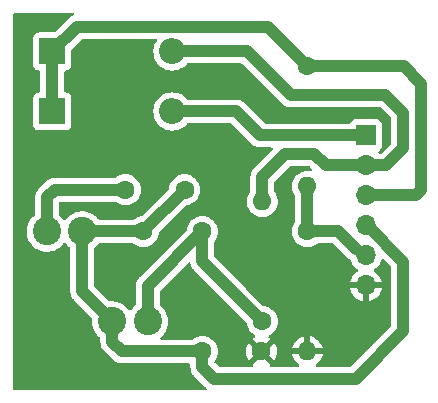
<source format=gbr>
%TF.GenerationSoftware,KiCad,Pcbnew,(6.0.9)*%
%TF.CreationDate,2023-01-19T14:06:51+07:00*%
%TF.ProjectId,LC_Sensor_THT,4c435f53-656e-4736-9f72-5f5448542e6b,rev?*%
%TF.SameCoordinates,PX40311b0PY586a470*%
%TF.FileFunction,Copper,L1,Top*%
%TF.FilePolarity,Positive*%
%FSLAX46Y46*%
G04 Gerber Fmt 4.6, Leading zero omitted, Abs format (unit mm)*
G04 Created by KiCad (PCBNEW (6.0.9)) date 2023-01-19 14:06:51*
%MOMM*%
%LPD*%
G01*
G04 APERTURE LIST*
%TA.AperFunction,ComponentPad*%
%ADD10C,2.400000*%
%TD*%
%TA.AperFunction,ComponentPad*%
%ADD11R,2.200000X2.200000*%
%TD*%
%TA.AperFunction,ComponentPad*%
%ADD12O,2.200000X2.200000*%
%TD*%
%TA.AperFunction,ComponentPad*%
%ADD13C,1.600000*%
%TD*%
%TA.AperFunction,ComponentPad*%
%ADD14O,1.600000X1.600000*%
%TD*%
%TA.AperFunction,ComponentPad*%
%ADD15R,1.700000X1.700000*%
%TD*%
%TA.AperFunction,ComponentPad*%
%ADD16O,1.700000X1.700000*%
%TD*%
%TA.AperFunction,Conductor*%
%ADD17C,1.000000*%
%TD*%
%TA.AperFunction,Conductor*%
%ADD18C,0.500000*%
%TD*%
G04 APERTURE END LIST*
D10*
%TO.P,L1,1,1*%
%TO.N,IO1{slash}PA4*%
X8890000Y6350000D03*
%TO.P,L1,2,2*%
%TO.N,Net-(C1-Pad1)*%
X11890000Y6350000D03*
%TD*%
D11*
%TO.P,D2,1,K*%
%TO.N,+3.3V*%
X3810000Y24130000D03*
D12*
%TO.P,D2,2,A*%
%TO.N,IO2{slash}PC5*%
X13970000Y24130000D03*
%TD*%
D13*
%TO.P,C2,1*%
%TO.N,Net-(C2-Pad1)*%
X10000000Y17500000D03*
%TO.P,C2,2*%
%TO.N,IO1{slash}PA4*%
X15000000Y17500000D03*
%TD*%
%TO.P,C1,1*%
%TO.N,Net-(C1-Pad1)*%
X16510000Y13970000D03*
%TO.P,C1,2*%
%TO.N,IO1{slash}PA4*%
X11510000Y13970000D03*
%TD*%
%TO.P,R4,1*%
%TO.N,V_DIV*%
X25400000Y13970000D03*
D14*
%TO.P,R4,2*%
%TO.N,GND*%
X25400000Y3810000D03*
%TD*%
D13*
%TO.P,C3,1*%
%TO.N,IO1{slash}PA4*%
X16510000Y3810000D03*
%TO.P,C3,2*%
%TO.N,GND*%
X21510000Y3810000D03*
%TD*%
D11*
%TO.P,D1,1,K*%
%TO.N,+3.3V*%
X3810000Y29210000D03*
D12*
%TO.P,D1,2,A*%
%TO.N,IO3{slash}PB2*%
X13970000Y29210000D03*
%TD*%
D13*
%TO.P,R3,1*%
%TO.N,+3.3V*%
X25400000Y27940000D03*
D14*
%TO.P,R3,2*%
%TO.N,V_DIV*%
X25400000Y17780000D03*
%TD*%
D10*
%TO.P,L2,1,1*%
%TO.N,IO1{slash}PA4*%
X6350000Y13970000D03*
%TO.P,L2,2,2*%
%TO.N,Net-(C2-Pad1)*%
X3350000Y13970000D03*
%TD*%
D15*
%TO.P,J1,1,Pin_1*%
%TO.N,IO2{slash}PC5*%
X30353000Y22098000D03*
D16*
%TO.P,J1,2,Pin_2*%
%TO.N,IO3{slash}PB2*%
X30353000Y19558000D03*
%TO.P,J1,3,Pin_3*%
%TO.N,+3.3V*%
X30353000Y17018000D03*
%TO.P,J1,4,Pin_4*%
%TO.N,IO1{slash}PA4*%
X30353000Y14478000D03*
%TO.P,J1,5,Pin_5*%
%TO.N,V_DIV*%
X30353000Y11938000D03*
%TO.P,J1,6,Pin_6*%
%TO.N,GND*%
X30353000Y9398000D03*
%TD*%
D13*
%TO.P,R1,1*%
%TO.N,Net-(C1-Pad1)*%
X21590000Y6350000D03*
D14*
%TO.P,R1,2*%
%TO.N,IO3{slash}PB2*%
X21590000Y16510000D03*
%TD*%
D17*
%TO.N,+3.3V*%
X35060000Y17500000D02*
X34578000Y17018000D01*
X35060000Y26440000D02*
X35060000Y17500000D01*
X33560000Y27940000D02*
X35060000Y26440000D01*
X34578000Y17018000D02*
X30353000Y17018000D01*
X25400000Y27940000D02*
X33560000Y27940000D01*
%TO.N,IO2{slash}PC5*%
X21402000Y22098000D02*
X30353000Y22098000D01*
X19370000Y24130000D02*
X21402000Y22098000D01*
X13970000Y24130000D02*
X19370000Y24130000D01*
%TO.N,IO1{slash}PA4*%
X11510000Y13970000D02*
X11510000Y14010000D01*
X11510000Y14010000D02*
X15000000Y17500000D01*
%TO.N,Net-(C2-Pad1)*%
X4000000Y17500000D02*
X10000000Y17500000D01*
X3350000Y16850000D02*
X4000000Y17500000D01*
X3350000Y13970000D02*
X3350000Y16850000D01*
%TO.N,IO3{slash}PB2*%
X26000000Y20500000D02*
X26942000Y19558000D01*
X23500000Y20500000D02*
X26000000Y20500000D01*
X21590000Y18590000D02*
X23500000Y20500000D01*
X26942000Y19558000D02*
X30353000Y19558000D01*
X21590000Y16510000D02*
X21590000Y18590000D01*
X33500000Y21000000D02*
X32058000Y19558000D01*
X32058000Y19558000D02*
X30353000Y19558000D01*
X32000000Y25500000D02*
X33500000Y24000000D01*
X24000000Y25500000D02*
X32000000Y25500000D01*
X20290000Y29210000D02*
X24000000Y25500000D01*
X33500000Y24000000D02*
X33500000Y21000000D01*
X13970000Y29210000D02*
X20290000Y29210000D01*
%TO.N,V_DIV*%
X25400000Y13970000D02*
X25400000Y17780000D01*
X28030000Y13970000D02*
X29500000Y12500000D01*
X25400000Y13970000D02*
X28030000Y13970000D01*
%TO.N,IO1{slash}PA4*%
X29500000Y1500000D02*
X33500000Y5500000D01*
X33500000Y11407296D02*
X30429296Y14478000D01*
X17500000Y1500000D02*
X29500000Y1500000D01*
X33500000Y5500000D02*
X33500000Y11407296D01*
X16510000Y2490000D02*
X17500000Y1500000D01*
X30429296Y14478000D02*
X30353000Y14478000D01*
X16510000Y3810000D02*
X16510000Y2490000D01*
%TO.N,+3.3V*%
X22030000Y31310000D02*
X25400000Y27940000D01*
X3810000Y29210000D02*
X5910000Y31310000D01*
X5910000Y31310000D02*
X22030000Y31310000D01*
%TO.N,Net-(C1-Pad1)*%
X16510000Y11430000D02*
X21590000Y6350000D01*
X16510000Y13970000D02*
X16510000Y11430000D01*
%TO.N,IO1{slash}PA4*%
X9690000Y3810000D02*
X16510000Y3810000D01*
X8890000Y4610000D02*
X9690000Y3810000D01*
X8890000Y6350000D02*
X8890000Y4610000D01*
%TO.N,Net-(C1-Pad1)*%
X11890000Y9350000D02*
X16510000Y13970000D01*
X11890000Y6350000D02*
X11890000Y9350000D01*
%TO.N,IO1{slash}PA4*%
X6350000Y13970000D02*
X11510000Y13970000D01*
X6350000Y8890000D02*
X8890000Y6350000D01*
X6350000Y13970000D02*
X6350000Y8890000D01*
%TO.N,+3.3V*%
X3810000Y24130000D02*
X3810000Y29210000D01*
D18*
%TO.N,GND*%
X30353000Y8763000D02*
X30353000Y9398000D01*
%TD*%
%TA.AperFunction,Conductor*%
%TO.N,GND*%
G36*
X5573841Y32479998D02*
G01*
X5620334Y32426342D01*
X5630438Y32356068D01*
X5600944Y32291488D01*
X5545008Y32255652D01*
X5545302Y32254916D01*
X5541461Y32253380D01*
X5540873Y32253003D01*
X5540007Y32252751D01*
X5533663Y32250908D01*
X5528934Y32248457D01*
X5523831Y32246916D01*
X5441669Y32203230D01*
X5440627Y32202683D01*
X5427690Y32195977D01*
X5358074Y32159892D01*
X5353911Y32156569D01*
X5349204Y32154066D01*
X5344430Y32150172D01*
X5344428Y32150171D01*
X5277105Y32095263D01*
X5276160Y32094500D01*
X5237027Y32063261D01*
X5234536Y32060770D01*
X5233809Y32060120D01*
X5229463Y32056408D01*
X5210588Y32041013D01*
X5195938Y32029065D01*
X5192015Y32024323D01*
X5192013Y32024321D01*
X5166703Y31993727D01*
X5158713Y31984947D01*
X4029171Y30855405D01*
X3966859Y30821379D01*
X3940076Y30818500D01*
X2661866Y30818500D01*
X2599684Y30811745D01*
X2463295Y30760615D01*
X2346739Y30673261D01*
X2259385Y30556705D01*
X2208255Y30420316D01*
X2201500Y30358134D01*
X2201500Y28061866D01*
X2208255Y27999684D01*
X2259385Y27863295D01*
X2346739Y27746739D01*
X2463295Y27659385D01*
X2599684Y27608255D01*
X2661866Y27601500D01*
X2675500Y27601500D01*
X2743621Y27581498D01*
X2790114Y27527842D01*
X2801500Y27475500D01*
X2801500Y25864500D01*
X2781498Y25796379D01*
X2727842Y25749886D01*
X2675500Y25738500D01*
X2661866Y25738500D01*
X2599684Y25731745D01*
X2463295Y25680615D01*
X2346739Y25593261D01*
X2259385Y25476705D01*
X2208255Y25340316D01*
X2201500Y25278134D01*
X2201500Y22981866D01*
X2208255Y22919684D01*
X2259385Y22783295D01*
X2346739Y22666739D01*
X2463295Y22579385D01*
X2599684Y22528255D01*
X2661866Y22521500D01*
X4958134Y22521500D01*
X5020316Y22528255D01*
X5156705Y22579385D01*
X5273261Y22666739D01*
X5360615Y22783295D01*
X5411745Y22919684D01*
X5418500Y22981866D01*
X5418500Y25278134D01*
X5411745Y25340316D01*
X5360615Y25476705D01*
X5273261Y25593261D01*
X5156705Y25680615D01*
X5020316Y25731745D01*
X4958134Y25738500D01*
X4944500Y25738500D01*
X4876379Y25758502D01*
X4829886Y25812158D01*
X4818500Y25864500D01*
X4818500Y27475500D01*
X4838502Y27543621D01*
X4892158Y27590114D01*
X4944500Y27601500D01*
X4958134Y27601500D01*
X5020316Y27608255D01*
X5156705Y27659385D01*
X5273261Y27746739D01*
X5360615Y27863295D01*
X5411745Y27999684D01*
X5418500Y28061866D01*
X5418500Y29340075D01*
X5438502Y29408196D01*
X5455405Y29429170D01*
X6290830Y30264595D01*
X6353142Y30298621D01*
X6379925Y30301500D01*
X12527389Y30301500D01*
X12595510Y30281498D01*
X12642003Y30227842D01*
X12652107Y30157568D01*
X12634822Y30109666D01*
X12532384Y29942502D01*
X12530491Y29937932D01*
X12530489Y29937928D01*
X12437389Y29713164D01*
X12435495Y29708591D01*
X12376391Y29462403D01*
X12356526Y29210000D01*
X12376391Y28957597D01*
X12377544Y28952794D01*
X12377546Y28952784D01*
X12397077Y28871433D01*
X12435495Y28711409D01*
X12437388Y28706838D01*
X12437389Y28706836D01*
X12446653Y28684472D01*
X12532384Y28477498D01*
X12664672Y28261624D01*
X12829102Y28069102D01*
X13021624Y27904672D01*
X13237498Y27772384D01*
X13242068Y27770491D01*
X13242072Y27770489D01*
X13466836Y27677389D01*
X13471409Y27675495D01*
X13538513Y27659385D01*
X13712784Y27617546D01*
X13712790Y27617545D01*
X13717597Y27616391D01*
X13970000Y27596526D01*
X14222403Y27616391D01*
X14227210Y27617545D01*
X14227216Y27617546D01*
X14401487Y27659385D01*
X14468591Y27675495D01*
X14473164Y27677389D01*
X14697928Y27770489D01*
X14697932Y27770491D01*
X14702502Y27772384D01*
X14918376Y27904672D01*
X15110898Y28069102D01*
X15186253Y28157331D01*
X15245704Y28196140D01*
X15282064Y28201500D01*
X19820075Y28201500D01*
X19888196Y28181498D01*
X19909170Y28164595D01*
X23243145Y24830621D01*
X23252247Y24820478D01*
X23275968Y24790975D01*
X23314456Y24758680D01*
X23318075Y24755522D01*
X23319890Y24753876D01*
X23322075Y24751691D01*
X23324455Y24749736D01*
X23324465Y24749727D01*
X23355236Y24724451D01*
X23356251Y24723609D01*
X23427474Y24663846D01*
X23432148Y24661277D01*
X23436261Y24657898D01*
X23490919Y24628591D01*
X23518047Y24614045D01*
X23519177Y24613432D01*
X23600787Y24568567D01*
X23605869Y24566955D01*
X23610563Y24564438D01*
X23699531Y24537238D01*
X23700559Y24536918D01*
X23789306Y24508765D01*
X23794602Y24508171D01*
X23799698Y24506613D01*
X23892257Y24497210D01*
X23893393Y24497089D01*
X23927008Y24493319D01*
X23939730Y24491892D01*
X23939734Y24491892D01*
X23943227Y24491500D01*
X23946754Y24491500D01*
X23947739Y24491445D01*
X23953419Y24490998D01*
X23982825Y24488011D01*
X23990337Y24487248D01*
X23990339Y24487248D01*
X23996462Y24486626D01*
X24042108Y24490941D01*
X24053967Y24491500D01*
X31530074Y24491500D01*
X31598195Y24471498D01*
X31619169Y24454596D01*
X32454595Y23619171D01*
X32488620Y23556858D01*
X32491500Y23530075D01*
X32491500Y21469926D01*
X32471498Y21401805D01*
X32454596Y21380831D01*
X31677171Y20603405D01*
X31614858Y20569380D01*
X31588075Y20566500D01*
X31517856Y20566500D01*
X31449735Y20586502D01*
X31403242Y20640158D01*
X31393138Y20710432D01*
X31422632Y20775012D01*
X31449953Y20797054D01*
X31449705Y20797385D01*
X31559081Y20879358D01*
X31566261Y20884739D01*
X31653615Y21001295D01*
X31704745Y21137684D01*
X31711500Y21199866D01*
X31711500Y22996134D01*
X31704745Y23058316D01*
X31653615Y23194705D01*
X31566261Y23311261D01*
X31449705Y23398615D01*
X31313316Y23449745D01*
X31251134Y23456500D01*
X29454866Y23456500D01*
X29392684Y23449745D01*
X29256295Y23398615D01*
X29139739Y23311261D01*
X29052385Y23194705D01*
X29049233Y23186297D01*
X29044923Y23178425D01*
X29043259Y23179336D01*
X29007337Y23131510D01*
X28940776Y23106807D01*
X28931991Y23106500D01*
X21871925Y23106500D01*
X21803804Y23126502D01*
X21782830Y23143405D01*
X20126855Y24799379D01*
X20117753Y24809522D01*
X20097897Y24834218D01*
X20094032Y24839025D01*
X20055578Y24871292D01*
X20051931Y24874472D01*
X20050119Y24876115D01*
X20047925Y24878309D01*
X20014651Y24905642D01*
X20013853Y24906304D01*
X19942526Y24966154D01*
X19937856Y24968722D01*
X19933739Y24972103D01*
X19851914Y25015977D01*
X19850755Y25016606D01*
X19774619Y25058462D01*
X19774611Y25058465D01*
X19769213Y25061433D01*
X19764131Y25063045D01*
X19759437Y25065562D01*
X19670469Y25092762D01*
X19669441Y25093082D01*
X19580694Y25121235D01*
X19575398Y25121829D01*
X19570302Y25123387D01*
X19477743Y25132790D01*
X19476607Y25132911D01*
X19442992Y25136681D01*
X19430270Y25138108D01*
X19430266Y25138108D01*
X19426773Y25138500D01*
X19423246Y25138500D01*
X19422261Y25138555D01*
X19416581Y25139002D01*
X19387175Y25141989D01*
X19379663Y25142752D01*
X19379661Y25142752D01*
X19373538Y25143374D01*
X19331259Y25139377D01*
X19327891Y25139059D01*
X19316033Y25138500D01*
X15282064Y25138500D01*
X15213943Y25158502D01*
X15186253Y25182669D01*
X15114106Y25267142D01*
X15110898Y25270898D01*
X14918376Y25435328D01*
X14702502Y25567616D01*
X14697932Y25569509D01*
X14697928Y25569511D01*
X14473164Y25662611D01*
X14473162Y25662612D01*
X14468591Y25664505D01*
X14383968Y25684821D01*
X14227216Y25722454D01*
X14227210Y25722455D01*
X14222403Y25723609D01*
X13970000Y25743474D01*
X13717597Y25723609D01*
X13712790Y25722455D01*
X13712784Y25722454D01*
X13556032Y25684821D01*
X13471409Y25664505D01*
X13466838Y25662612D01*
X13466836Y25662611D01*
X13242072Y25569511D01*
X13242068Y25569509D01*
X13237498Y25567616D01*
X13021624Y25435328D01*
X12829102Y25270898D01*
X12664672Y25078376D01*
X12532384Y24862502D01*
X12530491Y24857932D01*
X12530489Y24857928D01*
X12451738Y24667806D01*
X12435495Y24628591D01*
X12421323Y24569559D01*
X12397781Y24471498D01*
X12376391Y24382403D01*
X12356526Y24130000D01*
X12376391Y23877597D01*
X12435495Y23631409D01*
X12437388Y23626838D01*
X12437389Y23626836D01*
X12511892Y23446971D01*
X12532384Y23397498D01*
X12664672Y23181624D01*
X12829102Y22989102D01*
X13021624Y22824672D01*
X13237498Y22692384D01*
X13242068Y22690491D01*
X13242072Y22690489D01*
X13312401Y22661358D01*
X13471409Y22595495D01*
X13538513Y22579385D01*
X13712784Y22537546D01*
X13712790Y22537545D01*
X13717597Y22536391D01*
X13970000Y22516526D01*
X14222403Y22536391D01*
X14227210Y22537545D01*
X14227216Y22537546D01*
X14401487Y22579385D01*
X14468591Y22595495D01*
X14627599Y22661358D01*
X14697928Y22690489D01*
X14697932Y22690491D01*
X14702502Y22692384D01*
X14918376Y22824672D01*
X15110898Y22989102D01*
X15186253Y23077331D01*
X15245704Y23116140D01*
X15282064Y23121500D01*
X18900075Y23121500D01*
X18968196Y23101498D01*
X18989170Y23084595D01*
X20645145Y21428621D01*
X20654247Y21418478D01*
X20677968Y21388975D01*
X20682696Y21385008D01*
X20716421Y21356709D01*
X20720069Y21353528D01*
X20721881Y21351885D01*
X20724075Y21349691D01*
X20757349Y21322358D01*
X20758147Y21321696D01*
X20829474Y21261846D01*
X20834144Y21259278D01*
X20838261Y21255897D01*
X20896145Y21224860D01*
X20920086Y21212023D01*
X20921245Y21211394D01*
X20997381Y21169538D01*
X20997389Y21169535D01*
X21002787Y21166567D01*
X21007869Y21164955D01*
X21012563Y21162438D01*
X21101531Y21135238D01*
X21102559Y21134918D01*
X21191306Y21106765D01*
X21196602Y21106171D01*
X21201698Y21104613D01*
X21294257Y21095210D01*
X21295393Y21095089D01*
X21329008Y21091319D01*
X21341730Y21089892D01*
X21341734Y21089892D01*
X21345227Y21089500D01*
X21348754Y21089500D01*
X21349739Y21089445D01*
X21355419Y21088998D01*
X21384825Y21086011D01*
X21392337Y21085248D01*
X21392339Y21085248D01*
X21398462Y21084626D01*
X21444108Y21088941D01*
X21455967Y21089500D01*
X22359075Y21089500D01*
X22427196Y21069498D01*
X22473689Y21015842D01*
X22483793Y20945568D01*
X22454299Y20880988D01*
X22448170Y20874405D01*
X20920621Y19346855D01*
X20910478Y19337753D01*
X20880975Y19314032D01*
X20877008Y19309304D01*
X20848709Y19275579D01*
X20845528Y19271931D01*
X20843885Y19270119D01*
X20841691Y19267925D01*
X20814358Y19234651D01*
X20813696Y19233853D01*
X20753846Y19162526D01*
X20751278Y19157856D01*
X20747897Y19153739D01*
X20716860Y19095855D01*
X20704023Y19071914D01*
X20703394Y19070755D01*
X20661538Y18994619D01*
X20661535Y18994611D01*
X20658567Y18989213D01*
X20656955Y18984131D01*
X20654438Y18979437D01*
X20627238Y18890469D01*
X20626918Y18889441D01*
X20598765Y18800694D01*
X20598171Y18795398D01*
X20596613Y18790302D01*
X20587976Y18705271D01*
X20587218Y18697813D01*
X20587089Y18696607D01*
X20581500Y18646773D01*
X20581500Y18643246D01*
X20581445Y18642261D01*
X20580998Y18636581D01*
X20576626Y18593538D01*
X20579475Y18563400D01*
X20580941Y18547891D01*
X20581500Y18536033D01*
X20581500Y17390740D01*
X20558713Y17318469D01*
X20452477Y17166749D01*
X20450154Y17161767D01*
X20450151Y17161762D01*
X20396066Y17045775D01*
X20355716Y16959243D01*
X20354294Y16953935D01*
X20354293Y16953933D01*
X20319272Y16823233D01*
X20296457Y16738087D01*
X20276502Y16510000D01*
X20296457Y16281913D01*
X20297881Y16276600D01*
X20297881Y16276598D01*
X20327816Y16164882D01*
X20355716Y16060757D01*
X20358039Y16055776D01*
X20358039Y16055775D01*
X20450151Y15858238D01*
X20450154Y15858233D01*
X20452477Y15853251D01*
X20583802Y15665700D01*
X20745700Y15503802D01*
X20750208Y15500645D01*
X20750211Y15500643D01*
X20760231Y15493627D01*
X20933251Y15372477D01*
X20938233Y15370154D01*
X20938238Y15370151D01*
X21135775Y15278039D01*
X21140757Y15275716D01*
X21146065Y15274294D01*
X21146067Y15274293D01*
X21356598Y15217881D01*
X21356600Y15217881D01*
X21361913Y15216457D01*
X21590000Y15196502D01*
X21818087Y15216457D01*
X21823400Y15217881D01*
X21823402Y15217881D01*
X22033933Y15274293D01*
X22033935Y15274294D01*
X22039243Y15275716D01*
X22044225Y15278039D01*
X22241762Y15370151D01*
X22241767Y15370154D01*
X22246749Y15372477D01*
X22419769Y15493627D01*
X22429789Y15500643D01*
X22429792Y15500645D01*
X22434300Y15503802D01*
X22596198Y15665700D01*
X22727523Y15853251D01*
X22729846Y15858233D01*
X22729849Y15858238D01*
X22821961Y16055775D01*
X22821961Y16055776D01*
X22824284Y16060757D01*
X22852185Y16164882D01*
X22882119Y16276598D01*
X22882119Y16276600D01*
X22883543Y16281913D01*
X22903498Y16510000D01*
X22883543Y16738087D01*
X22860728Y16823233D01*
X22825707Y16953933D01*
X22825706Y16953935D01*
X22824284Y16959243D01*
X22783934Y17045775D01*
X22729849Y17161762D01*
X22729846Y17161767D01*
X22727523Y17166749D01*
X22621287Y17318469D01*
X22598500Y17390740D01*
X22598500Y18120075D01*
X22618502Y18188196D01*
X22635405Y18209170D01*
X23880829Y19454595D01*
X23943141Y19488620D01*
X23969924Y19491500D01*
X25530074Y19491500D01*
X25598195Y19471498D01*
X25619169Y19454596D01*
X25803925Y19269841D01*
X25837949Y19207530D01*
X25832885Y19136714D01*
X25790338Y19079878D01*
X25723818Y19055067D01*
X25682219Y19059039D01*
X25633405Y19072118D01*
X25628087Y19073543D01*
X25400000Y19093498D01*
X25171913Y19073543D01*
X25166600Y19072119D01*
X25166598Y19072119D01*
X24956067Y19015707D01*
X24956065Y19015706D01*
X24950757Y19014284D01*
X24945776Y19011961D01*
X24945775Y19011961D01*
X24748238Y18919849D01*
X24748233Y18919846D01*
X24743251Y18917523D01*
X24681468Y18874262D01*
X24560211Y18789357D01*
X24560208Y18789355D01*
X24555700Y18786198D01*
X24393802Y18624300D01*
X24390645Y18619792D01*
X24390643Y18619789D01*
X24336159Y18541978D01*
X24262477Y18436749D01*
X24260154Y18431767D01*
X24260151Y18431762D01*
X24175185Y18249549D01*
X24165716Y18229243D01*
X24164294Y18223935D01*
X24164293Y18223933D01*
X24118657Y18053618D01*
X24106457Y18008087D01*
X24086502Y17780000D01*
X24106457Y17551913D01*
X24107881Y17546600D01*
X24107881Y17546598D01*
X24160289Y17351012D01*
X24165716Y17330757D01*
X24168039Y17325776D01*
X24168039Y17325775D01*
X24260151Y17128238D01*
X24260154Y17128233D01*
X24262477Y17123251D01*
X24313557Y17050302D01*
X24368713Y16971531D01*
X24391500Y16899260D01*
X24391500Y14850740D01*
X24368713Y14778469D01*
X24262477Y14626749D01*
X24260154Y14621767D01*
X24260151Y14621762D01*
X24171373Y14431375D01*
X24165716Y14419243D01*
X24106457Y14198087D01*
X24086502Y13970000D01*
X24106457Y13741913D01*
X24165716Y13520757D01*
X24168039Y13515776D01*
X24168039Y13515775D01*
X24260151Y13318238D01*
X24260154Y13318233D01*
X24262477Y13313251D01*
X24393802Y13125700D01*
X24555700Y12963802D01*
X24560208Y12960645D01*
X24560211Y12960643D01*
X24596258Y12935403D01*
X24743251Y12832477D01*
X24748233Y12830154D01*
X24748238Y12830151D01*
X24945775Y12738039D01*
X24950757Y12735716D01*
X24956065Y12734294D01*
X24956067Y12734293D01*
X25166598Y12677881D01*
X25166600Y12677881D01*
X25171913Y12676457D01*
X25400000Y12656502D01*
X25628087Y12676457D01*
X25633400Y12677881D01*
X25633402Y12677881D01*
X25843933Y12734293D01*
X25843935Y12734294D01*
X25849243Y12735716D01*
X25854225Y12738039D01*
X26051762Y12830151D01*
X26051767Y12830154D01*
X26056749Y12832477D01*
X26208469Y12938713D01*
X26280740Y12961500D01*
X27560075Y12961500D01*
X27628196Y12941498D01*
X27649170Y12924595D01*
X28257136Y12316630D01*
X28822075Y11751691D01*
X28936261Y11657897D01*
X28984747Y11631899D01*
X29035329Y11582082D01*
X29048121Y11548560D01*
X29052222Y11530361D01*
X29136266Y11323384D01*
X29178763Y11254035D01*
X29246445Y11143588D01*
X29252987Y11132912D01*
X29399250Y10964062D01*
X29571126Y10821368D01*
X29612577Y10797146D01*
X29644955Y10778226D01*
X29693679Y10726588D01*
X29706750Y10656805D01*
X29680019Y10591033D01*
X29639562Y10557673D01*
X29631457Y10553454D01*
X29622738Y10547964D01*
X29452433Y10420095D01*
X29444726Y10413252D01*
X29297590Y10259283D01*
X29291104Y10251273D01*
X29171098Y10075351D01*
X29166000Y10066377D01*
X29076338Y9873217D01*
X29072775Y9863530D01*
X29017389Y9663817D01*
X29018912Y9655393D01*
X29031292Y9652000D01*
X31671344Y9652000D01*
X31684875Y9655973D01*
X31686180Y9665053D01*
X31644214Y9832125D01*
X31640894Y9841876D01*
X31555972Y10037186D01*
X31551105Y10046261D01*
X31435426Y10225074D01*
X31429136Y10233243D01*
X31285806Y10390760D01*
X31278273Y10397785D01*
X31111139Y10529778D01*
X31102556Y10535480D01*
X31065602Y10555880D01*
X31015631Y10606313D01*
X31000859Y10675755D01*
X31025975Y10742161D01*
X31053327Y10768768D01*
X31076797Y10785509D01*
X31232860Y10896827D01*
X31391096Y11054511D01*
X31450594Y11137311D01*
X31518435Y11231723D01*
X31521453Y11235923D01*
X31528272Y11249719D01*
X31618136Y11431547D01*
X31618137Y11431549D01*
X31620430Y11436189D01*
X31650532Y11535266D01*
X31658256Y11560687D01*
X31697197Y11620051D01*
X31762051Y11648938D01*
X31832227Y11638176D01*
X31867909Y11613153D01*
X32454595Y11026467D01*
X32488621Y10964155D01*
X32491500Y10937372D01*
X32491500Y5969925D01*
X32471498Y5901804D01*
X32454595Y5880830D01*
X29119171Y2545405D01*
X29056859Y2511379D01*
X29030076Y2508500D01*
X26221314Y2508500D01*
X26153193Y2528502D01*
X26106700Y2582158D01*
X26096596Y2652432D01*
X26126090Y2717012D01*
X26149044Y2737713D01*
X26239462Y2801024D01*
X26247875Y2808084D01*
X26401916Y2962125D01*
X26408972Y2970533D01*
X26533931Y3148993D01*
X26539414Y3158489D01*
X26631490Y3355947D01*
X26635236Y3366239D01*
X26681394Y3538503D01*
X26681058Y3552599D01*
X26673116Y3556000D01*
X24132033Y3556000D01*
X24118502Y3552027D01*
X24117273Y3543478D01*
X24164764Y3366239D01*
X24168510Y3355947D01*
X24260586Y3158489D01*
X24266069Y3148993D01*
X24391028Y2970533D01*
X24398084Y2962125D01*
X24552125Y2808084D01*
X24560538Y2801024D01*
X24650956Y2737713D01*
X24695285Y2682256D01*
X24702594Y2611637D01*
X24670564Y2548276D01*
X24609362Y2512291D01*
X24578686Y2508500D01*
X22321999Y2508500D01*
X22253878Y2528502D01*
X22207385Y2582158D01*
X22197281Y2652432D01*
X22223577Y2713171D01*
X22231424Y2722988D01*
X22224356Y2736434D01*
X21522812Y3437978D01*
X21508868Y3445592D01*
X21507035Y3445461D01*
X21500420Y3441210D01*
X20794923Y2735713D01*
X20788493Y2723938D01*
X20798038Y2711600D01*
X20823902Y2645482D01*
X20809913Y2575877D01*
X20760513Y2524884D01*
X20698381Y2508500D01*
X17969924Y2508500D01*
X17901803Y2528502D01*
X17880829Y2545405D01*
X17568034Y2858200D01*
X17534008Y2920512D01*
X17539073Y2991327D01*
X17553916Y3019566D01*
X17644366Y3148742D01*
X17644367Y3148744D01*
X17647523Y3153251D01*
X17649846Y3158233D01*
X17649849Y3158238D01*
X17741961Y3355775D01*
X17741961Y3355776D01*
X17744284Y3360757D01*
X17764976Y3437978D01*
X17802119Y3576598D01*
X17802119Y3576600D01*
X17803543Y3581913D01*
X17823019Y3804525D01*
X20197483Y3804525D01*
X20216472Y3587481D01*
X20218375Y3576688D01*
X20274764Y3366239D01*
X20278510Y3355947D01*
X20370586Y3158489D01*
X20376069Y3148994D01*
X20412509Y3096952D01*
X20422988Y3088576D01*
X20436434Y3095644D01*
X21137978Y3797188D01*
X21144356Y3808868D01*
X21874408Y3808868D01*
X21874539Y3807035D01*
X21878790Y3800420D01*
X22584287Y3094923D01*
X22596062Y3088493D01*
X22608077Y3097789D01*
X22643931Y3148994D01*
X22649414Y3158489D01*
X22741490Y3355947D01*
X22745236Y3366239D01*
X22801625Y3576688D01*
X22803528Y3587481D01*
X22822517Y3804525D01*
X22822517Y3815475D01*
X22803528Y4032519D01*
X22801625Y4043312D01*
X22791393Y4081497D01*
X24118606Y4081497D01*
X24118942Y4067401D01*
X24126884Y4064000D01*
X25127885Y4064000D01*
X25143124Y4068475D01*
X25144329Y4069865D01*
X25146000Y4077548D01*
X25146000Y4082115D01*
X25654000Y4082115D01*
X25658475Y4066876D01*
X25659865Y4065671D01*
X25667548Y4064000D01*
X26667967Y4064000D01*
X26681498Y4067973D01*
X26682727Y4076522D01*
X26635236Y4253761D01*
X26631490Y4264053D01*
X26539414Y4461511D01*
X26533931Y4471007D01*
X26408972Y4649467D01*
X26401916Y4657875D01*
X26247875Y4811916D01*
X26239467Y4818972D01*
X26061007Y4943931D01*
X26051511Y4949414D01*
X25854053Y5041490D01*
X25843761Y5045236D01*
X25671497Y5091394D01*
X25657401Y5091058D01*
X25654000Y5083116D01*
X25654000Y4082115D01*
X25146000Y4082115D01*
X25146000Y5077967D01*
X25142027Y5091498D01*
X25133478Y5092727D01*
X24956239Y5045236D01*
X24945947Y5041490D01*
X24748489Y4949414D01*
X24738993Y4943931D01*
X24560533Y4818972D01*
X24552125Y4811916D01*
X24398084Y4657875D01*
X24391028Y4649467D01*
X24266069Y4471007D01*
X24260586Y4461511D01*
X24168510Y4264053D01*
X24164764Y4253761D01*
X24118606Y4081497D01*
X22791393Y4081497D01*
X22745236Y4253761D01*
X22741490Y4264053D01*
X22649414Y4461511D01*
X22643931Y4471006D01*
X22607491Y4523048D01*
X22597012Y4531424D01*
X22583566Y4524356D01*
X21882022Y3822812D01*
X21874408Y3808868D01*
X21144356Y3808868D01*
X21145592Y3811132D01*
X21145461Y3812965D01*
X21141210Y3819580D01*
X20435713Y4525077D01*
X20423938Y4531507D01*
X20411923Y4522211D01*
X20376069Y4471006D01*
X20370586Y4461511D01*
X20278510Y4264053D01*
X20274764Y4253761D01*
X20218375Y4043312D01*
X20216472Y4032519D01*
X20197483Y3815475D01*
X20197483Y3804525D01*
X17823019Y3804525D01*
X17823498Y3810000D01*
X17803543Y4038087D01*
X17801844Y4044427D01*
X17745707Y4253933D01*
X17745706Y4253935D01*
X17744284Y4259243D01*
X17741961Y4264225D01*
X17649849Y4461762D01*
X17649846Y4461767D01*
X17647523Y4466749D01*
X17574098Y4571611D01*
X17519357Y4649789D01*
X17519355Y4649792D01*
X17516198Y4654300D01*
X17354300Y4816198D01*
X17349792Y4819355D01*
X17349789Y4819357D01*
X17238886Y4897012D01*
X17166749Y4947523D01*
X17161767Y4949846D01*
X17161762Y4949849D01*
X16964225Y5041961D01*
X16964224Y5041961D01*
X16959243Y5044284D01*
X16953935Y5045706D01*
X16953933Y5045707D01*
X16743402Y5102119D01*
X16743400Y5102119D01*
X16738087Y5103543D01*
X16510000Y5123498D01*
X16281913Y5103543D01*
X16276600Y5102119D01*
X16276598Y5102119D01*
X16066067Y5045707D01*
X16066065Y5045706D01*
X16060757Y5044284D01*
X16055776Y5041961D01*
X16055775Y5041961D01*
X15858238Y4949849D01*
X15858233Y4949846D01*
X15853251Y4947523D01*
X15722963Y4856294D01*
X15701531Y4841287D01*
X15629260Y4818500D01*
X13069118Y4818500D01*
X13000997Y4838502D01*
X12954504Y4892158D01*
X12944400Y4962432D01*
X12973894Y5027012D01*
X12987701Y5040662D01*
X13090862Y5127994D01*
X13258295Y5318916D01*
X13260825Y5322848D01*
X13393141Y5528558D01*
X13395669Y5532488D01*
X13499967Y5764020D01*
X13568896Y6008425D01*
X13579115Y6088748D01*
X13600545Y6257202D01*
X13600545Y6257208D01*
X13600943Y6260333D01*
X13603291Y6350000D01*
X13588064Y6554904D01*
X13584818Y6598589D01*
X13584817Y6598593D01*
X13584472Y6603241D01*
X13528428Y6850918D01*
X13436391Y7087591D01*
X13310383Y7308060D01*
X13153171Y7507483D01*
X12968209Y7681477D01*
X12952680Y7692250D01*
X12908110Y7747513D01*
X12898500Y7795777D01*
X12898500Y8880075D01*
X12918502Y8948196D01*
X12935405Y8969170D01*
X14073090Y10106855D01*
X15298383Y11332149D01*
X15360695Y11366174D01*
X15431510Y11361110D01*
X15488346Y11318563D01*
X15512999Y11254035D01*
X15513913Y11243587D01*
X15515400Y11238468D01*
X15515920Y11233167D01*
X15542791Y11144166D01*
X15543126Y11143033D01*
X15546067Y11132912D01*
X15569091Y11053664D01*
X15571544Y11048932D01*
X15573084Y11043831D01*
X15575978Y11038388D01*
X15616731Y10961740D01*
X15617343Y10960574D01*
X15660108Y10878074D01*
X15663431Y10873911D01*
X15665934Y10869204D01*
X15724755Y10797082D01*
X15725446Y10796226D01*
X15756738Y10757027D01*
X15759242Y10754523D01*
X15759884Y10753805D01*
X15763585Y10749472D01*
X15790935Y10715938D01*
X15795682Y10712011D01*
X15795684Y10712009D01*
X15826262Y10686713D01*
X15835042Y10678723D01*
X20254882Y6258884D01*
X20288908Y6196572D01*
X20291308Y6180773D01*
X20296457Y6121913D01*
X20355716Y5900757D01*
X20358039Y5895776D01*
X20358039Y5895775D01*
X20450151Y5698238D01*
X20450154Y5698233D01*
X20452477Y5693251D01*
X20480562Y5653142D01*
X20567797Y5528558D01*
X20583802Y5505700D01*
X20745700Y5343802D01*
X20750208Y5340645D01*
X20750211Y5340643D01*
X20928750Y5215628D01*
X20928755Y5215625D01*
X20933251Y5212477D01*
X20938225Y5210157D01*
X20942823Y5207503D01*
X20991815Y5156119D01*
X21005249Y5086405D01*
X20978860Y5020495D01*
X20933070Y4984191D01*
X20858489Y4949414D01*
X20848994Y4943931D01*
X20796952Y4907491D01*
X20788576Y4897012D01*
X20795644Y4883566D01*
X21497188Y4182022D01*
X21511132Y4174408D01*
X21512965Y4174539D01*
X21519580Y4178790D01*
X22225077Y4884287D01*
X22231507Y4896062D01*
X22222211Y4908077D01*
X22171002Y4943934D01*
X22157153Y4951930D01*
X22108160Y5003313D01*
X22094724Y5073026D01*
X22121110Y5138937D01*
X22166903Y5175244D01*
X22241762Y5210151D01*
X22241767Y5210154D01*
X22246749Y5212477D01*
X22393742Y5315403D01*
X22429789Y5340643D01*
X22429792Y5340645D01*
X22434300Y5343802D01*
X22596198Y5505700D01*
X22612204Y5528558D01*
X22699438Y5653142D01*
X22727523Y5693251D01*
X22729846Y5698233D01*
X22729849Y5698238D01*
X22821961Y5895775D01*
X22821961Y5895776D01*
X22824284Y5900757D01*
X22883543Y6121913D01*
X22903498Y6350000D01*
X22883543Y6578087D01*
X22879196Y6594311D01*
X22825707Y6793933D01*
X22825706Y6793935D01*
X22824284Y6799243D01*
X22800188Y6850918D01*
X22729849Y7001762D01*
X22729846Y7001767D01*
X22727523Y7006749D01*
X22596198Y7194300D01*
X22434300Y7356198D01*
X22429792Y7359355D01*
X22429789Y7359357D01*
X22351611Y7414098D01*
X22246749Y7487523D01*
X22241767Y7489846D01*
X22241762Y7489849D01*
X22044225Y7581961D01*
X22044224Y7581961D01*
X22039243Y7584284D01*
X22033935Y7585706D01*
X22033933Y7585707D01*
X21965859Y7603947D01*
X21818087Y7643543D01*
X21759231Y7648692D01*
X21693113Y7674555D01*
X21681117Y7685118D01*
X20236201Y9130034D01*
X29021257Y9130034D01*
X29051565Y8995554D01*
X29054645Y8985725D01*
X29134770Y8788397D01*
X29139413Y8779206D01*
X29250694Y8597612D01*
X29256777Y8589301D01*
X29396213Y8428333D01*
X29403580Y8421117D01*
X29567434Y8285084D01*
X29575881Y8279169D01*
X29759756Y8171721D01*
X29769042Y8167271D01*
X29968001Y8091297D01*
X29977899Y8088421D01*
X30081250Y8067394D01*
X30095299Y8068590D01*
X30099000Y8078935D01*
X30099000Y8079483D01*
X30607000Y8079483D01*
X30611064Y8065641D01*
X30624478Y8063607D01*
X30631184Y8064466D01*
X30641262Y8066608D01*
X30845255Y8127809D01*
X30854842Y8131567D01*
X31046095Y8225261D01*
X31054945Y8230536D01*
X31228328Y8354208D01*
X31236200Y8360861D01*
X31387052Y8511188D01*
X31393730Y8519035D01*
X31518003Y8691980D01*
X31523313Y8700817D01*
X31617670Y8891733D01*
X31621469Y8901328D01*
X31683377Y9105090D01*
X31685555Y9115163D01*
X31686986Y9126038D01*
X31684775Y9140222D01*
X31671617Y9144000D01*
X30625115Y9144000D01*
X30609876Y9139525D01*
X30608671Y9138135D01*
X30607000Y9130452D01*
X30607000Y8079483D01*
X30099000Y8079483D01*
X30099000Y9125885D01*
X30094525Y9141124D01*
X30093135Y9142329D01*
X30085452Y9144000D01*
X29036225Y9144000D01*
X29022694Y9140027D01*
X29021257Y9130034D01*
X20236201Y9130034D01*
X19621441Y9744794D01*
X17555405Y11810829D01*
X17521379Y11873141D01*
X17518500Y11899924D01*
X17518500Y13089260D01*
X17541287Y13161531D01*
X17644366Y13308743D01*
X17647523Y13313251D01*
X17649846Y13318233D01*
X17649849Y13318238D01*
X17741961Y13515775D01*
X17741961Y13515776D01*
X17744284Y13520757D01*
X17803543Y13741913D01*
X17823498Y13970000D01*
X17803543Y14198087D01*
X17744284Y14419243D01*
X17738627Y14431375D01*
X17649849Y14621762D01*
X17649846Y14621767D01*
X17647523Y14626749D01*
X17524674Y14802195D01*
X17519357Y14809789D01*
X17519355Y14809792D01*
X17516198Y14814300D01*
X17354300Y14976198D01*
X17349792Y14979355D01*
X17349789Y14979357D01*
X17245818Y15052158D01*
X17166749Y15107523D01*
X17161767Y15109846D01*
X17161762Y15109849D01*
X16964225Y15201961D01*
X16964224Y15201961D01*
X16959243Y15204284D01*
X16953935Y15205706D01*
X16953933Y15205707D01*
X16743402Y15262119D01*
X16743400Y15262119D01*
X16738087Y15263543D01*
X16510000Y15283498D01*
X16281913Y15263543D01*
X16276600Y15262119D01*
X16276598Y15262119D01*
X16066067Y15205707D01*
X16066065Y15205706D01*
X16060757Y15204284D01*
X16055776Y15201961D01*
X16055775Y15201961D01*
X15858238Y15109849D01*
X15858233Y15109846D01*
X15853251Y15107523D01*
X15774182Y15052158D01*
X15670211Y14979357D01*
X15670208Y14979355D01*
X15665700Y14976198D01*
X15503802Y14814300D01*
X15500645Y14809792D01*
X15500643Y14809789D01*
X15495326Y14802195D01*
X15372477Y14626749D01*
X15370154Y14621767D01*
X15370151Y14621762D01*
X15281373Y14431375D01*
X15275716Y14419243D01*
X15216457Y14198087D01*
X15215978Y14192608D01*
X15211308Y14139230D01*
X15185445Y14073112D01*
X15174882Y14061116D01*
X11220621Y10106855D01*
X11210478Y10097753D01*
X11180975Y10074032D01*
X11177008Y10069304D01*
X11148709Y10035579D01*
X11145528Y10031931D01*
X11143885Y10030119D01*
X11141691Y10027925D01*
X11114358Y9994651D01*
X11113696Y9993853D01*
X11053846Y9922526D01*
X11051278Y9917856D01*
X11047897Y9913739D01*
X11020975Y9863530D01*
X11004023Y9831914D01*
X11003394Y9830755D01*
X10961538Y9754619D01*
X10961535Y9754611D01*
X10958567Y9749213D01*
X10956955Y9744131D01*
X10954438Y9739437D01*
X10927238Y9650469D01*
X10926918Y9649441D01*
X10898765Y9560694D01*
X10898171Y9555398D01*
X10896613Y9550302D01*
X10895990Y9544166D01*
X10887218Y9457813D01*
X10887089Y9456607D01*
X10881500Y9406773D01*
X10881500Y9403246D01*
X10881445Y9402261D01*
X10880998Y9396581D01*
X10876626Y9353538D01*
X10877206Y9347407D01*
X10880941Y9307891D01*
X10881500Y9296033D01*
X10881500Y7796452D01*
X10861498Y7728331D01*
X10839402Y7702450D01*
X10657562Y7540152D01*
X10627341Y7503815D01*
X10501328Y7352301D01*
X10495183Y7344913D01*
X10492757Y7340915D01*
X10491361Y7338958D01*
X10435517Y7295118D01*
X10364836Y7288428D01*
X10301759Y7321013D01*
X10289835Y7334125D01*
X10286025Y7338958D01*
X10153171Y7507483D01*
X9998812Y7652689D01*
X9971610Y7678278D01*
X9971608Y7678280D01*
X9968209Y7681477D01*
X9895591Y7731854D01*
X9763393Y7823563D01*
X9763390Y7823565D01*
X9759561Y7826221D01*
X9755384Y7828281D01*
X9755377Y7828285D01*
X9535996Y7936472D01*
X9535992Y7936473D01*
X9531810Y7938536D01*
X9289960Y8015953D01*
X9150777Y8038620D01*
X9043935Y8056020D01*
X9043934Y8056020D01*
X9039323Y8056771D01*
X8908719Y8058481D01*
X8790082Y8060034D01*
X8790079Y8060034D01*
X8785406Y8060095D01*
X8780780Y8059465D01*
X8780773Y8059465D01*
X8732882Y8052947D01*
X8689520Y8047045D01*
X8619326Y8057678D01*
X8583435Y8082799D01*
X7395405Y9270829D01*
X7361379Y9333141D01*
X7358500Y9359924D01*
X7358500Y12526728D01*
X7378502Y12594849D01*
X7403086Y12622893D01*
X7550862Y12747994D01*
X7700459Y12918577D01*
X7760411Y12956605D01*
X7795190Y12961500D01*
X10629260Y12961500D01*
X10701531Y12938713D01*
X10853251Y12832477D01*
X10858233Y12830154D01*
X10858238Y12830151D01*
X11055775Y12738039D01*
X11060757Y12735716D01*
X11066065Y12734294D01*
X11066067Y12734293D01*
X11276598Y12677881D01*
X11276600Y12677881D01*
X11281913Y12676457D01*
X11510000Y12656502D01*
X11738087Y12676457D01*
X11743400Y12677881D01*
X11743402Y12677881D01*
X11953933Y12734293D01*
X11953935Y12734294D01*
X11959243Y12735716D01*
X11964225Y12738039D01*
X12161762Y12830151D01*
X12161767Y12830154D01*
X12166749Y12832477D01*
X12313742Y12935403D01*
X12349789Y12960643D01*
X12349792Y12960645D01*
X12354300Y12963802D01*
X12516198Y13125700D01*
X12647523Y13313251D01*
X12649846Y13318233D01*
X12649849Y13318238D01*
X12741961Y13515775D01*
X12741961Y13515776D01*
X12744284Y13520757D01*
X12803543Y13741913D01*
X12812527Y13844604D01*
X12838390Y13910723D01*
X12848953Y13922718D01*
X15091116Y16164882D01*
X15153428Y16198907D01*
X15169227Y16201308D01*
X15228087Y16206457D01*
X15375859Y16246053D01*
X15443933Y16264293D01*
X15443935Y16264294D01*
X15449243Y16265716D01*
X15606053Y16338837D01*
X15651762Y16360151D01*
X15651767Y16360154D01*
X15656749Y16362477D01*
X15761611Y16435902D01*
X15839789Y16490643D01*
X15839792Y16490645D01*
X15844300Y16493802D01*
X16006198Y16655700D01*
X16137523Y16843251D01*
X16139846Y16848233D01*
X16139849Y16848238D01*
X16231961Y17045775D01*
X16231961Y17045776D01*
X16234284Y17050757D01*
X16261043Y17150620D01*
X16292119Y17266598D01*
X16292119Y17266600D01*
X16293543Y17271913D01*
X16313498Y17500000D01*
X16293543Y17728087D01*
X16278166Y17785475D01*
X16235707Y17943933D01*
X16235706Y17943935D01*
X16234284Y17949243D01*
X16206845Y18008087D01*
X16139849Y18151762D01*
X16139846Y18151767D01*
X16137523Y18156749D01*
X16064098Y18261611D01*
X16009357Y18339789D01*
X16009355Y18339792D01*
X16006198Y18344300D01*
X15844300Y18506198D01*
X15839792Y18509355D01*
X15839789Y18509357D01*
X15728322Y18587407D01*
X15656749Y18637523D01*
X15651767Y18639846D01*
X15651762Y18639849D01*
X15454225Y18731961D01*
X15454224Y18731961D01*
X15449243Y18734284D01*
X15443935Y18735706D01*
X15443933Y18735707D01*
X15233402Y18792119D01*
X15233400Y18792119D01*
X15228087Y18793543D01*
X15000000Y18813498D01*
X14771913Y18793543D01*
X14766600Y18792119D01*
X14766598Y18792119D01*
X14556067Y18735707D01*
X14556065Y18735706D01*
X14550757Y18734284D01*
X14545776Y18731961D01*
X14545775Y18731961D01*
X14348238Y18639849D01*
X14348233Y18639846D01*
X14343251Y18637523D01*
X14271678Y18587407D01*
X14160211Y18509357D01*
X14160208Y18509355D01*
X14155700Y18506198D01*
X13993802Y18344300D01*
X13990645Y18339792D01*
X13990643Y18339789D01*
X13935902Y18261611D01*
X13862477Y18156749D01*
X13860154Y18151767D01*
X13860151Y18151762D01*
X13793155Y18008087D01*
X13765716Y17949243D01*
X13706457Y17728087D01*
X13702830Y17686625D01*
X13701308Y17669231D01*
X13675445Y17603113D01*
X13664882Y17591117D01*
X11375049Y15301283D01*
X11312737Y15267258D01*
X11296936Y15264857D01*
X11281913Y15263543D01*
X11134141Y15223947D01*
X11066067Y15205707D01*
X11066065Y15205706D01*
X11060757Y15204284D01*
X11055776Y15201961D01*
X11055775Y15201961D01*
X10858238Y15109849D01*
X10858233Y15109846D01*
X10853251Y15107523D01*
X10774182Y15052158D01*
X10701531Y15001287D01*
X10629260Y14978500D01*
X7791734Y14978500D01*
X7723613Y14998502D01*
X7692784Y15026494D01*
X7672552Y15052158D01*
X7613171Y15127483D01*
X7468025Y15264022D01*
X7431610Y15298278D01*
X7431608Y15298280D01*
X7428209Y15301477D01*
X7355591Y15351854D01*
X7223393Y15443563D01*
X7223390Y15443565D01*
X7219561Y15446221D01*
X7215384Y15448281D01*
X7215377Y15448285D01*
X6995996Y15556472D01*
X6995992Y15556473D01*
X6991810Y15558536D01*
X6749960Y15635953D01*
X6745355Y15636703D01*
X6503935Y15676020D01*
X6503934Y15676020D01*
X6499323Y15676771D01*
X6372364Y15678433D01*
X6250083Y15680034D01*
X6250080Y15680034D01*
X6245406Y15680095D01*
X5993787Y15645851D01*
X5989301Y15644543D01*
X5989299Y15644543D01*
X5933874Y15628388D01*
X5749993Y15574792D01*
X5519380Y15468478D01*
X5515471Y15465915D01*
X5310928Y15331811D01*
X5310923Y15331807D01*
X5307015Y15329245D01*
X5237564Y15267258D01*
X5180647Y15216457D01*
X5117562Y15160152D01*
X5082014Y15117410D01*
X4961328Y14972301D01*
X4955183Y14964913D01*
X4952758Y14960916D01*
X4951361Y14958958D01*
X4895517Y14915118D01*
X4824836Y14908428D01*
X4761759Y14941013D01*
X4749835Y14954125D01*
X4743762Y14961829D01*
X4613171Y15127483D01*
X4428209Y15301477D01*
X4416323Y15309723D01*
X4412680Y15312250D01*
X4368110Y15367513D01*
X4358500Y15415777D01*
X4358500Y16365500D01*
X4378502Y16433621D01*
X4432158Y16480114D01*
X4484500Y16491500D01*
X9119260Y16491500D01*
X9191531Y16468713D01*
X9343251Y16362477D01*
X9348233Y16360154D01*
X9348238Y16360151D01*
X9393947Y16338837D01*
X9550757Y16265716D01*
X9556065Y16264294D01*
X9556067Y16264293D01*
X9766598Y16207881D01*
X9766600Y16207881D01*
X9771913Y16206457D01*
X10000000Y16186502D01*
X10228087Y16206457D01*
X10233400Y16207881D01*
X10233402Y16207881D01*
X10443933Y16264293D01*
X10443935Y16264294D01*
X10449243Y16265716D01*
X10606053Y16338837D01*
X10651762Y16360151D01*
X10651767Y16360154D01*
X10656749Y16362477D01*
X10761611Y16435902D01*
X10839789Y16490643D01*
X10839792Y16490645D01*
X10844300Y16493802D01*
X11006198Y16655700D01*
X11137523Y16843251D01*
X11139846Y16848233D01*
X11139849Y16848238D01*
X11231961Y17045775D01*
X11231961Y17045776D01*
X11234284Y17050757D01*
X11261043Y17150620D01*
X11292119Y17266598D01*
X11292119Y17266600D01*
X11293543Y17271913D01*
X11313498Y17500000D01*
X11293543Y17728087D01*
X11278166Y17785475D01*
X11235707Y17943933D01*
X11235706Y17943935D01*
X11234284Y17949243D01*
X11206845Y18008087D01*
X11139849Y18151762D01*
X11139846Y18151767D01*
X11137523Y18156749D01*
X11064098Y18261611D01*
X11009357Y18339789D01*
X11009355Y18339792D01*
X11006198Y18344300D01*
X10844300Y18506198D01*
X10839792Y18509355D01*
X10839789Y18509357D01*
X10728322Y18587407D01*
X10656749Y18637523D01*
X10651767Y18639846D01*
X10651762Y18639849D01*
X10454225Y18731961D01*
X10454224Y18731961D01*
X10449243Y18734284D01*
X10443935Y18735706D01*
X10443933Y18735707D01*
X10233402Y18792119D01*
X10233400Y18792119D01*
X10228087Y18793543D01*
X10000000Y18813498D01*
X9771913Y18793543D01*
X9766600Y18792119D01*
X9766598Y18792119D01*
X9556067Y18735707D01*
X9556065Y18735706D01*
X9550757Y18734284D01*
X9545776Y18731961D01*
X9545775Y18731961D01*
X9348238Y18639849D01*
X9348233Y18639846D01*
X9343251Y18637523D01*
X9216489Y18548763D01*
X9191531Y18531287D01*
X9119260Y18508500D01*
X4061843Y18508500D01*
X4048236Y18509237D01*
X4016738Y18512659D01*
X4016733Y18512659D01*
X4010612Y18513324D01*
X3984362Y18511027D01*
X3960612Y18508950D01*
X3955786Y18508621D01*
X3953314Y18508500D01*
X3950231Y18508500D01*
X3938262Y18507326D01*
X3907494Y18504310D01*
X3906181Y18504188D01*
X3861916Y18500315D01*
X3813587Y18496087D01*
X3808468Y18494600D01*
X3803167Y18494080D01*
X3714166Y18467209D01*
X3713033Y18466874D01*
X3629586Y18442630D01*
X3629582Y18442628D01*
X3623664Y18440909D01*
X3618932Y18438456D01*
X3613831Y18436916D01*
X3608388Y18434022D01*
X3531740Y18393269D01*
X3530574Y18392657D01*
X3472366Y18362484D01*
X3448074Y18349892D01*
X3443911Y18346569D01*
X3439204Y18344066D01*
X3434429Y18340172D01*
X3434428Y18340171D01*
X3367102Y18285261D01*
X3366075Y18284433D01*
X3329792Y18255469D01*
X3329787Y18255464D01*
X3327028Y18253262D01*
X3324527Y18250761D01*
X3323809Y18250119D01*
X3319461Y18246406D01*
X3285938Y18219065D01*
X3282015Y18214323D01*
X3282013Y18214321D01*
X3256703Y18183727D01*
X3248713Y18174947D01*
X2680621Y17606855D01*
X2670478Y17597753D01*
X2640975Y17574032D01*
X2637008Y17569304D01*
X2608709Y17535579D01*
X2605528Y17531931D01*
X2603885Y17530119D01*
X2601691Y17527925D01*
X2574358Y17494651D01*
X2573696Y17493853D01*
X2513846Y17422526D01*
X2511278Y17417856D01*
X2507897Y17413739D01*
X2476860Y17355855D01*
X2464023Y17331914D01*
X2463394Y17330755D01*
X2421538Y17254619D01*
X2421535Y17254611D01*
X2418567Y17249213D01*
X2416955Y17244131D01*
X2414438Y17239437D01*
X2387238Y17150469D01*
X2386918Y17149441D01*
X2358765Y17060694D01*
X2358171Y17055398D01*
X2356613Y17050302D01*
X2348612Y16971531D01*
X2347218Y16957813D01*
X2347089Y16956607D01*
X2341500Y16906773D01*
X2341500Y16903246D01*
X2341445Y16902261D01*
X2340998Y16896581D01*
X2336626Y16853538D01*
X2338025Y16838743D01*
X2340941Y16807891D01*
X2341500Y16796033D01*
X2341500Y15416452D01*
X2321498Y15348331D01*
X2299402Y15322450D01*
X2237564Y15267258D01*
X2180647Y15216457D01*
X2117562Y15160152D01*
X1955183Y14964913D01*
X1823447Y14747818D01*
X1821638Y14743504D01*
X1821637Y14743502D01*
X1772679Y14626749D01*
X1725246Y14513635D01*
X1724095Y14509103D01*
X1724094Y14509100D01*
X1702539Y14424225D01*
X1662738Y14267510D01*
X1637296Y14014849D01*
X1637520Y14010183D01*
X1637520Y14010178D01*
X1642298Y13910723D01*
X1649480Y13761202D01*
X1650393Y13756614D01*
X1697308Y13520757D01*
X1699021Y13512143D01*
X1700600Y13507745D01*
X1700602Y13507738D01*
X1768640Y13318238D01*
X1784831Y13273142D01*
X1905025Y13049449D01*
X1907820Y13045706D01*
X1907822Y13045703D01*
X2054171Y12849718D01*
X2054176Y12849712D01*
X2056963Y12845980D01*
X2060272Y12842700D01*
X2060277Y12842694D01*
X2158853Y12744975D01*
X2237307Y12667203D01*
X2241069Y12664445D01*
X2241072Y12664442D01*
X2335985Y12594849D01*
X2442094Y12517047D01*
X2446229Y12514871D01*
X2446233Y12514869D01*
X2564289Y12452757D01*
X2666827Y12398809D01*
X2906568Y12315088D01*
X3156050Y12267722D01*
X3276532Y12262989D01*
X3405125Y12257936D01*
X3405130Y12257936D01*
X3409793Y12257753D01*
X3508774Y12268593D01*
X3657569Y12284888D01*
X3657575Y12284889D01*
X3662222Y12285398D01*
X3771680Y12314216D01*
X3903273Y12348862D01*
X3907793Y12350052D01*
X4026353Y12400989D01*
X4136807Y12448443D01*
X4136810Y12448445D01*
X4141110Y12450292D01*
X4145090Y12452755D01*
X4145094Y12452757D01*
X4353064Y12581453D01*
X4353066Y12581455D01*
X4357047Y12583918D01*
X4360624Y12586946D01*
X4547289Y12744969D01*
X4547291Y12744971D01*
X4550862Y12747994D01*
X4718295Y12938916D01*
X4729673Y12956605D01*
X4744648Y12979885D01*
X4798322Y13026356D01*
X4868600Y13036431D01*
X4933169Y13006912D01*
X4951576Y12987110D01*
X5054171Y12849718D01*
X5054176Y12849712D01*
X5056963Y12845980D01*
X5060272Y12842700D01*
X5060277Y12842694D01*
X5158853Y12744975D01*
X5237307Y12667203D01*
X5241069Y12664445D01*
X5241072Y12664442D01*
X5290005Y12628563D01*
X5333113Y12572152D01*
X5341500Y12526951D01*
X5341500Y8951843D01*
X5340763Y8938236D01*
X5340115Y8932265D01*
X5336676Y8900612D01*
X5337213Y8894477D01*
X5341050Y8850612D01*
X5341379Y8845786D01*
X5341500Y8843314D01*
X5341500Y8840231D01*
X5341801Y8837163D01*
X5345690Y8797494D01*
X5345812Y8796181D01*
X5353913Y8703587D01*
X5355400Y8698468D01*
X5355920Y8693167D01*
X5382791Y8604166D01*
X5383126Y8603033D01*
X5409091Y8513664D01*
X5411544Y8508932D01*
X5413084Y8503831D01*
X5415978Y8498388D01*
X5456731Y8421740D01*
X5457343Y8420574D01*
X5500108Y8338074D01*
X5503431Y8333911D01*
X5505934Y8329204D01*
X5564755Y8257082D01*
X5565446Y8256226D01*
X5596738Y8217027D01*
X5599242Y8214523D01*
X5599884Y8213805D01*
X5603585Y8209472D01*
X5630935Y8175938D01*
X5635682Y8172011D01*
X5635684Y8172009D01*
X5666262Y8146713D01*
X5675042Y8138723D01*
X7157142Y6656623D01*
X7191168Y6594311D01*
X7193413Y6554906D01*
X7177296Y6394849D01*
X7189480Y6141202D01*
X7190393Y6136614D01*
X7237308Y5900757D01*
X7239021Y5892143D01*
X7240600Y5887745D01*
X7240602Y5887738D01*
X7285022Y5764020D01*
X7324831Y5653142D01*
X7327048Y5649016D01*
X7405724Y5502593D01*
X7445025Y5429449D01*
X7447820Y5425706D01*
X7447822Y5425703D01*
X7594171Y5229718D01*
X7594176Y5229712D01*
X7596963Y5225980D01*
X7600272Y5222700D01*
X7600277Y5222694D01*
X7767972Y5056457D01*
X7777307Y5047203D01*
X7781069Y5044445D01*
X7781072Y5044442D01*
X7830005Y5008563D01*
X7873113Y4952152D01*
X7881500Y4906951D01*
X7881500Y4671843D01*
X7880763Y4658236D01*
X7879811Y4649467D01*
X7876676Y4620612D01*
X7877213Y4614477D01*
X7881050Y4570612D01*
X7881379Y4565786D01*
X7881500Y4563314D01*
X7881500Y4560231D01*
X7881801Y4557163D01*
X7885690Y4517494D01*
X7885812Y4516181D01*
X7893913Y4423587D01*
X7895400Y4418468D01*
X7895920Y4413167D01*
X7922791Y4324166D01*
X7923126Y4323033D01*
X7949091Y4233664D01*
X7951544Y4228932D01*
X7953084Y4223831D01*
X7955978Y4218388D01*
X7996731Y4141740D01*
X7997343Y4140574D01*
X8040108Y4058074D01*
X8043431Y4053911D01*
X8045934Y4049204D01*
X8104755Y3977082D01*
X8105446Y3976226D01*
X8136738Y3937027D01*
X8139242Y3934523D01*
X8139884Y3933805D01*
X8143585Y3929472D01*
X8170935Y3895938D01*
X8206267Y3866709D01*
X8215037Y3858728D01*
X8933149Y3140617D01*
X8942251Y3130473D01*
X8965968Y3100975D01*
X9004421Y3068709D01*
X9008069Y3065528D01*
X9009881Y3063885D01*
X9012075Y3061691D01*
X9045349Y3034358D01*
X9046147Y3033696D01*
X9117474Y2973846D01*
X9122144Y2971278D01*
X9126261Y2967897D01*
X9184145Y2936860D01*
X9208086Y2924023D01*
X9209245Y2923394D01*
X9285381Y2881538D01*
X9285389Y2881535D01*
X9290787Y2878567D01*
X9295869Y2876955D01*
X9300563Y2874438D01*
X9306454Y2872637D01*
X9389477Y2847253D01*
X9390735Y2846861D01*
X9479306Y2818765D01*
X9484597Y2818171D01*
X9489698Y2816612D01*
X9582263Y2807210D01*
X9583450Y2807084D01*
X9612838Y2803787D01*
X9629730Y2801892D01*
X9629735Y2801892D01*
X9633227Y2801500D01*
X9636752Y2801500D01*
X9637737Y2801445D01*
X9643432Y2800997D01*
X9655342Y2799787D01*
X9680334Y2797248D01*
X9680339Y2797248D01*
X9686462Y2796626D01*
X9732108Y2800941D01*
X9743967Y2801500D01*
X15375500Y2801500D01*
X15443621Y2781498D01*
X15490114Y2727842D01*
X15501500Y2675500D01*
X15501500Y2551843D01*
X15500763Y2538236D01*
X15497533Y2508500D01*
X15496676Y2500612D01*
X15497213Y2494477D01*
X15501050Y2450612D01*
X15501379Y2445786D01*
X15501500Y2443314D01*
X15501500Y2440231D01*
X15501801Y2437163D01*
X15505690Y2397494D01*
X15505812Y2396181D01*
X15513913Y2303587D01*
X15515400Y2298468D01*
X15515920Y2293167D01*
X15542791Y2204166D01*
X15543126Y2203033D01*
X15569091Y2113664D01*
X15571544Y2108932D01*
X15573084Y2103831D01*
X15575978Y2098388D01*
X15616731Y2021740D01*
X15617343Y2020574D01*
X15660108Y1938074D01*
X15663431Y1933911D01*
X15665934Y1929204D01*
X15724755Y1857082D01*
X15725446Y1856226D01*
X15756738Y1817027D01*
X15759242Y1814523D01*
X15759884Y1813805D01*
X15763585Y1809472D01*
X15790935Y1775938D01*
X15826267Y1746709D01*
X15835037Y1738728D01*
X16743149Y830617D01*
X16752251Y820473D01*
X16775968Y790975D01*
X16814456Y758680D01*
X16818075Y755522D01*
X16819889Y753877D01*
X16822075Y751691D01*
X16824458Y749733D01*
X16824462Y749730D01*
X16846211Y731865D01*
X16886155Y673171D01*
X16888025Y602199D01*
X16851228Y541482D01*
X16787447Y510298D01*
X16766236Y508500D01*
X634500Y508500D01*
X566379Y528502D01*
X519886Y582158D01*
X508500Y634500D01*
X508500Y32374000D01*
X528502Y32442121D01*
X582158Y32488614D01*
X634500Y32500000D01*
X5505720Y32500000D01*
X5573841Y32479998D01*
G37*
%TD.AperFunction*%
%TD*%
M02*

</source>
